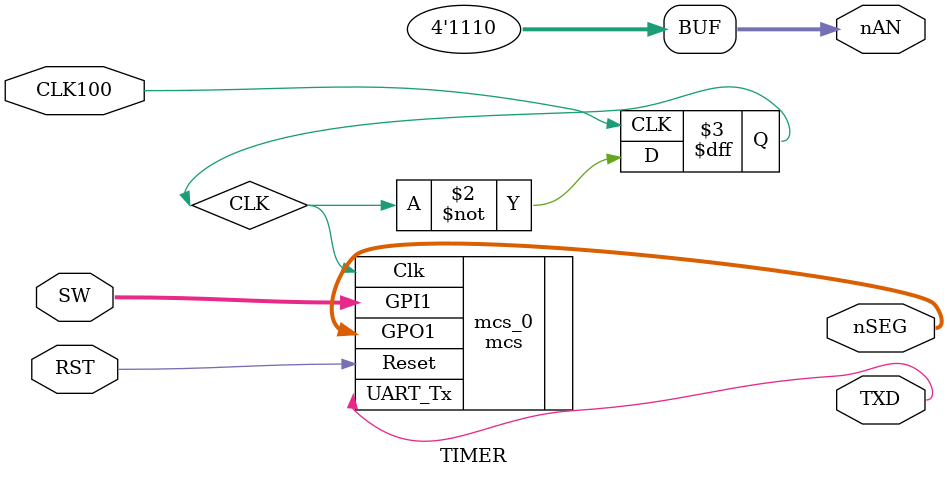
<source format=v>
/* MicroBlaze MCSVXeÌÅãÊKw                */
/* Copyright(C) 2013 Cobac.Net, All rights reserved. */

module TIMER(
    input           CLK100, RST,
    input   [3:0]   SW,
    output  [7:0]   nSEG,
    output  [3:0]   nAN,
    output          TXD
);

assign nAN = 4'b1110;

/* CLK(50MHz)Ìì¬ */
reg CLK;

always @( posedge CLK100 ) begin
    CLK <= ~CLK;
end

mcs mcs_0 (
    .Clk    (CLK),
    .Reset  (RST),
    .GPO1   (nSEG),
    .GPI1   (SW),
    .UART_Tx(TXD)
);

endmodule

</source>
